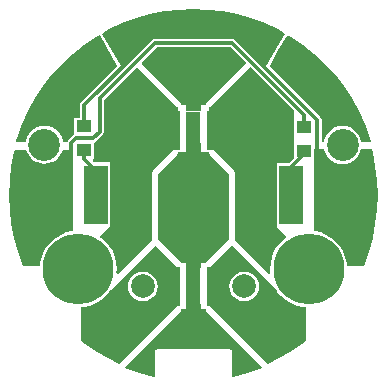
<source format=gtl>
G04 Layer_Physical_Order=1*
G04 Layer_Color=255*
%FSLAX43Y43*%
%MOMM*%
G71*
G01*
G75*
%ADD10R,0.500X3.300*%
%ADD11R,1.300X3.300*%
%ADD12R,2.000X5.000*%
G04:AMPARAMS|DCode=13|XSize=2mm|YSize=1mm|CornerRadius=0mm|HoleSize=0mm|Usage=FLASHONLY|Rotation=330.000|XOffset=0mm|YOffset=0mm|HoleType=Round|Shape=Round|*
%AMOVALD13*
21,1,1.000,1.000,0.000,0.000,330.0*
1,1,1.000,-0.433,0.250*
1,1,1.000,0.433,-0.250*
%
%ADD13OVALD13*%

G04:AMPARAMS|DCode=14|XSize=2mm|YSize=1mm|CornerRadius=0mm|HoleSize=0mm|Usage=FLASHONLY|Rotation=30.000|XOffset=0mm|YOffset=0mm|HoleType=Round|Shape=Round|*
%AMOVALD14*
21,1,1.000,1.000,0.000,0.000,30.0*
1,1,1.000,-0.433,-0.250*
1,1,1.000,0.433,0.250*
%
%ADD14OVALD14*%

%ADD15R,1.270X1.016*%
%ADD16C,0.300*%
%ADD17C,6.000*%
%ADD18C,2.700*%
%ADD19C,2.000*%
G36*
X8475Y7186D02*
Y3080D01*
X8095Y2700D01*
X7050D01*
Y2450D01*
Y-2675D01*
Y-2700D01*
X7075D01*
X7872Y-3497D01*
X7857Y-3623D01*
X7834Y-3638D01*
X7445Y-3970D01*
X7113Y-4359D01*
X6845Y-4795D01*
X6650Y-5268D01*
X6530Y-5765D01*
X6490Y-6275D01*
X6521Y-6672D01*
X6406Y-6725D01*
X3490Y-3809D01*
Y-1690D01*
Y1890D01*
X3471Y1987D01*
X3415Y2070D01*
X1650Y3835D01*
Y3795D01*
X1150D01*
Y7095D01*
X1288D01*
Y7408D01*
X1385Y7427D01*
X1468Y7482D01*
X4793Y10807D01*
X4848Y10813D01*
X8475Y7186D01*
D02*
G37*
G36*
X650Y3607D02*
X950D01*
Y3595D01*
X1130D01*
X1150Y3591D01*
X1290D01*
X1342Y3528D01*
X1362Y3430D01*
X1417Y3347D01*
X2980Y1784D01*
Y-1690D01*
Y-3784D01*
X1095Y-5670D01*
X1040Y-5752D01*
X1030Y-5800D01*
X650D01*
Y-6175D01*
X-650D01*
Y-5800D01*
X-1030D01*
X-1040Y-5752D01*
X-1095Y-5670D01*
X-2970Y-3794D01*
Y1794D01*
X-1417Y3347D01*
X-1362Y3430D01*
X-1342Y3528D01*
X-1290Y3591D01*
X-1150D01*
X-1130Y3595D01*
X-950D01*
Y3607D01*
X-650D01*
X-650Y4350D01*
X650D01*
X650Y3607D01*
D02*
G37*
G36*
X15168Y3617D02*
X15407Y2415D01*
X15551Y1199D01*
X15599Y-25D01*
X15551Y-1249D01*
X15407Y-2465D01*
X15168Y-3667D01*
X14836Y-4845D01*
X14412Y-5995D01*
X14386Y-6050D01*
X12992D01*
X12970Y-5765D01*
X12850Y-5268D01*
X12655Y-4795D01*
X12387Y-4359D01*
X12055Y-3970D01*
X11666Y-3638D01*
X11230Y-3370D01*
X10757Y-3175D01*
X10260Y-3055D01*
X10225Y-3052D01*
Y3875D01*
X11054D01*
X11134Y3610D01*
X11283Y3332D01*
X11483Y3088D01*
X11727Y2888D01*
X12005Y2740D01*
X12306Y2648D01*
X12620Y2617D01*
X12933Y2648D01*
X13235Y2740D01*
X13513Y2888D01*
X13757Y3088D01*
X13957Y3332D01*
X14105Y3610D01*
X14186Y3875D01*
X15095D01*
X15168Y3617D01*
D02*
G37*
G36*
X650Y-9650D02*
X1020D01*
X1040Y-9748D01*
X1095Y-9830D01*
X5807Y-14543D01*
X5780Y-14667D01*
X4867Y-15004D01*
X3677Y-15339D01*
X3353Y-15404D01*
X3255Y-15323D01*
Y-13275D01*
X3235Y-13177D01*
X3180Y-13095D01*
X3098Y-13040D01*
X3000Y-13020D01*
X-3000D01*
X-3098Y-13040D01*
X-3180Y-13095D01*
X-3235Y-13177D01*
X-3255Y-13275D01*
Y-15323D01*
X-3353Y-15404D01*
X-3677Y-15339D01*
X-4867Y-15004D01*
X-5780Y-14667D01*
X-5807Y-14543D01*
X-1095Y-9830D01*
X-1040Y-9748D01*
X-1020Y-9650D01*
X-650D01*
Y-9250D01*
X650D01*
Y-9650D01*
D02*
G37*
G36*
X-3161Y-4324D02*
X-1455Y-6030D01*
X-1373Y-6085D01*
X-1300Y-6100D01*
X-1150D01*
Y-9400D01*
X-1300D01*
X-1373Y-9415D01*
X-1455Y-9470D01*
X-6280Y-14294D01*
X-7082Y-13924D01*
X-8151Y-13326D01*
X-9169Y-12645D01*
X-9495Y-12388D01*
Y-9515D01*
X-9240Y-9495D01*
X-8743Y-9375D01*
X-8270Y-9180D01*
X-7834Y-8912D01*
X-7445Y-8580D01*
X-7113Y-8191D01*
X-7036Y-8066D01*
X-7020Y-8055D01*
X-3289Y-4324D01*
X-3161D01*
D02*
G37*
G36*
X7017Y-8058D02*
X7040Y-8072D01*
X7113Y-8191D01*
X7445Y-8580D01*
X7834Y-8912D01*
X8270Y-9180D01*
X8743Y-9375D01*
X9240Y-9495D01*
X9495Y-9515D01*
Y-12388D01*
X9169Y-12645D01*
X8151Y-13326D01*
X7082Y-13924D01*
X6280Y-14294D01*
X1455Y-9470D01*
X1373Y-9415D01*
X1300Y-9400D01*
X1150D01*
Y-6100D01*
X1300D01*
X1373Y-6085D01*
X1455Y-6030D01*
X3223Y-4263D01*
X7017Y-8058D01*
D02*
G37*
G36*
X1236Y15676D02*
X2464Y15531D01*
X3677Y15289D01*
X4867Y14954D01*
X6027Y14526D01*
X7150Y14008D01*
X7679Y13712D01*
X7713Y13589D01*
X6997Y12327D01*
X6076Y10737D01*
X5950Y10720D01*
X3518Y13152D01*
X3457Y13193D01*
X3400Y13250D01*
X3300D01*
X3266Y13257D01*
X-3250D01*
X-3284Y13250D01*
X-3400D01*
X-3488Y13162D01*
X-3502Y13152D01*
X-5780Y10875D01*
X-6153D01*
X-7712Y13590D01*
X-7678Y13712D01*
X-7150Y14008D01*
X-6027Y14526D01*
X-4867Y14954D01*
X-3677Y15289D01*
X-2464Y15531D01*
X-1236Y15676D01*
X0Y15724D01*
X1236Y15676D01*
D02*
G37*
G36*
X4438Y11223D02*
X4432Y11168D01*
X1107Y7843D01*
X1052Y7760D01*
X1033Y7662D01*
X1022Y7650D01*
X650D01*
Y7061D01*
X-650D01*
Y7650D01*
X-1022D01*
X-1033Y7662D01*
X-1052Y7760D01*
X-1107Y7843D01*
X-4370Y11105D01*
X-4380Y11265D01*
X-3102Y12543D01*
X3118D01*
X4438Y11223D01*
D02*
G37*
G36*
X-6434Y10928D02*
X-9502Y7859D01*
X-9580Y7744D01*
X-9607Y7607D01*
Y6499D01*
X-10085D01*
Y5105D01*
X-10087Y5105D01*
X-10202Y5027D01*
X-10627Y4602D01*
X-10696Y4500D01*
X-11043D01*
X-11048Y4556D01*
X-11140Y4857D01*
X-11288Y5135D01*
X-11488Y5379D01*
X-11732Y5579D01*
X-12010Y5728D01*
X-12311Y5819D01*
X-12625Y5850D01*
X-12939Y5819D01*
X-13240Y5728D01*
X-13518Y5579D01*
X-13762Y5379D01*
X-13962Y5135D01*
X-14110Y4857D01*
X-14202Y4556D01*
X-14207Y4500D01*
X-14970D01*
X-15046Y4601D01*
X-14979Y4842D01*
X-14551Y6002D01*
X-14033Y7125D01*
X-13429Y8204D01*
X-12742Y9232D01*
X-11976Y10203D01*
X-11137Y11112D01*
X-10228Y11951D01*
X-9257Y12717D01*
X-8229Y13404D01*
X-7948Y13561D01*
X-6434Y10928D01*
D02*
G37*
G36*
X-10225Y-3052D02*
X-10260Y-3055D01*
X-10757Y-3175D01*
X-11230Y-3370D01*
X-11666Y-3638D01*
X-12055Y-3970D01*
X-12387Y-4359D01*
X-12655Y-4795D01*
X-12850Y-5268D01*
X-12970Y-5765D01*
X-12992Y-6050D01*
X-14386D01*
X-14412Y-5995D01*
X-14836Y-4845D01*
X-15168Y-3667D01*
X-15407Y-2465D01*
X-15551Y-1249D01*
X-15599Y-25D01*
X-15551Y1199D01*
X-15407Y2415D01*
X-15168Y3617D01*
X-15119Y3792D01*
X-15025Y3800D01*
X-14163D01*
X-14110Y3627D01*
X-13962Y3349D01*
X-13762Y3105D01*
X-13518Y2905D01*
X-13240Y2757D01*
X-12939Y2665D01*
X-12625Y2634D01*
X-12311Y2665D01*
X-12010Y2757D01*
X-11732Y2905D01*
X-11488Y3105D01*
X-11288Y3349D01*
X-11140Y3627D01*
X-11087Y3800D01*
X-10225D01*
Y-3052D01*
D02*
G37*
G36*
X-4730Y10745D02*
X-1468Y7482D01*
X-1385Y7427D01*
X-1288Y7408D01*
X-1275Y7397D01*
Y7095D01*
X-1150D01*
Y3795D01*
X-1650D01*
Y3835D01*
X-3405Y2080D01*
X-3460Y1998D01*
X-3480Y1900D01*
Y-3794D01*
X-6397Y-6711D01*
X-6520Y-6655D01*
X-6490Y-6275D01*
X-6530Y-5765D01*
X-6650Y-5268D01*
X-6845Y-4795D01*
X-7113Y-4359D01*
X-7445Y-3970D01*
X-7834Y-3638D01*
X-7873Y-3614D01*
X-7888Y-3488D01*
X-7100Y-2700D01*
X-7050D01*
Y2700D01*
Y2775D01*
X-8475D01*
Y3051D01*
X-8415D01*
Y4430D01*
X-8338Y4445D01*
X-8223Y4523D01*
X-7698Y5048D01*
X-7620Y5163D01*
X-7593Y5300D01*
Y8052D01*
X-4890Y10755D01*
X-4730Y10745D01*
D02*
G37*
G36*
X8229Y13404D02*
X9257Y12717D01*
X10228Y11951D01*
X11137Y11112D01*
X11976Y10203D01*
X12742Y9232D01*
X13429Y8204D01*
X14033Y7125D01*
X14551Y6002D01*
X14979Y4842D01*
X15054Y4576D01*
X14977Y4475D01*
X14203D01*
X14197Y4539D01*
X14105Y4840D01*
X13957Y5118D01*
X13757Y5362D01*
X13513Y5562D01*
X13235Y5710D01*
X12933Y5802D01*
X12620Y5833D01*
X12306Y5802D01*
X12005Y5710D01*
X11727Y5562D01*
X11483Y5362D01*
X11283Y5118D01*
X11134Y4840D01*
X11043Y4539D01*
X11037Y4475D01*
X10857D01*
Y6373D01*
X10830Y6509D01*
X10752Y6625D01*
X6443Y10935D01*
X7175Y12226D01*
D01*
X7890Y13489D01*
X7890D01*
D01*
X8077Y13489D01*
X8229Y13404D01*
D02*
G37*
%LPC*%
G36*
X4300Y-6489D02*
X3974Y-6532D01*
X3670Y-6658D01*
X3408Y-6858D01*
X3208Y-7120D01*
X3082Y-7424D01*
X3039Y-7750D01*
X3082Y-8076D01*
X3208Y-8380D01*
X3408Y-8642D01*
X3670Y-8842D01*
X3974Y-8968D01*
X4300Y-9011D01*
X4626Y-8968D01*
X4930Y-8842D01*
X5191Y-8642D01*
X5392Y-8380D01*
X5518Y-8076D01*
X5561Y-7750D01*
X5518Y-7424D01*
X5392Y-7120D01*
X5191Y-6858D01*
X4930Y-6658D01*
X4626Y-6532D01*
X4300Y-6489D01*
D02*
G37*
G36*
X-4300D02*
X-4626Y-6532D01*
X-4930Y-6658D01*
X-5192Y-6858D01*
X-5392Y-7120D01*
X-5518Y-7424D01*
X-5561Y-7750D01*
X-5518Y-8076D01*
X-5392Y-8380D01*
X-5192Y-8642D01*
X-4930Y-8842D01*
X-4626Y-8968D01*
X-4300Y-9011D01*
X-3974Y-8968D01*
X-3670Y-8842D01*
X-3409Y-8642D01*
X-3208Y-8380D01*
X-3082Y-8076D01*
X-3039Y-7750D01*
X-3082Y-7424D01*
X-3208Y-7120D01*
X-3409Y-6858D01*
X-3670Y-6658D01*
X-3974Y-6532D01*
X-4300Y-6489D01*
D02*
G37*
%LPD*%
D10*
X1400Y5445D02*
D03*
X-1400D02*
D03*
X1400Y-7750D02*
D03*
X-1400D02*
D03*
D11*
X0Y5445D02*
D03*
Y-7750D02*
D03*
D12*
X-11250Y0D02*
D03*
X-8250D02*
D03*
X11250D02*
D03*
X8250D02*
D03*
D13*
X8435Y11530D02*
D03*
X5768Y13070D02*
D03*
D14*
X-8409Y11484D02*
D03*
X-5741Y13024D02*
D03*
D15*
X-9250Y5791D02*
D03*
Y3759D02*
D03*
X9350Y3734D02*
D03*
Y5766D02*
D03*
D16*
X8250Y0D02*
Y2350D01*
X9375Y3475D01*
X-11250Y0D02*
X-10925Y325D01*
X-11250Y0D02*
Y2450D01*
X-8475Y4775D02*
X-7950Y5300D01*
Y8200D01*
X-3250Y12900D01*
X11250Y0D02*
Y2400D01*
X10500Y3150D02*
X11250Y2400D01*
X-9250Y5791D02*
Y7607D01*
X-3457Y13400D01*
X-8250Y0D02*
Y2000D01*
X-9250Y3000D02*
X-8250Y2000D01*
X-9250Y3000D02*
Y3759D01*
X-9950Y4775D02*
X-8475D01*
X-3250Y12900D02*
X3266D01*
X3473Y13400D02*
X10500Y6373D01*
X3266Y12900D02*
X9375Y6791D01*
Y5766D02*
Y6791D01*
X-3457Y13400D02*
X3473D01*
X10500Y3150D02*
Y6373D01*
X-11250Y2450D02*
X-10375Y3325D01*
Y4350D01*
X-9950Y4775D01*
D17*
X9750Y-6275D02*
D03*
X-9750D02*
D03*
D18*
X-12625Y4250D02*
D03*
X12625Y4250D02*
D03*
D19*
X4300Y-7750D02*
D03*
X-4300D02*
D03*
M02*

</source>
